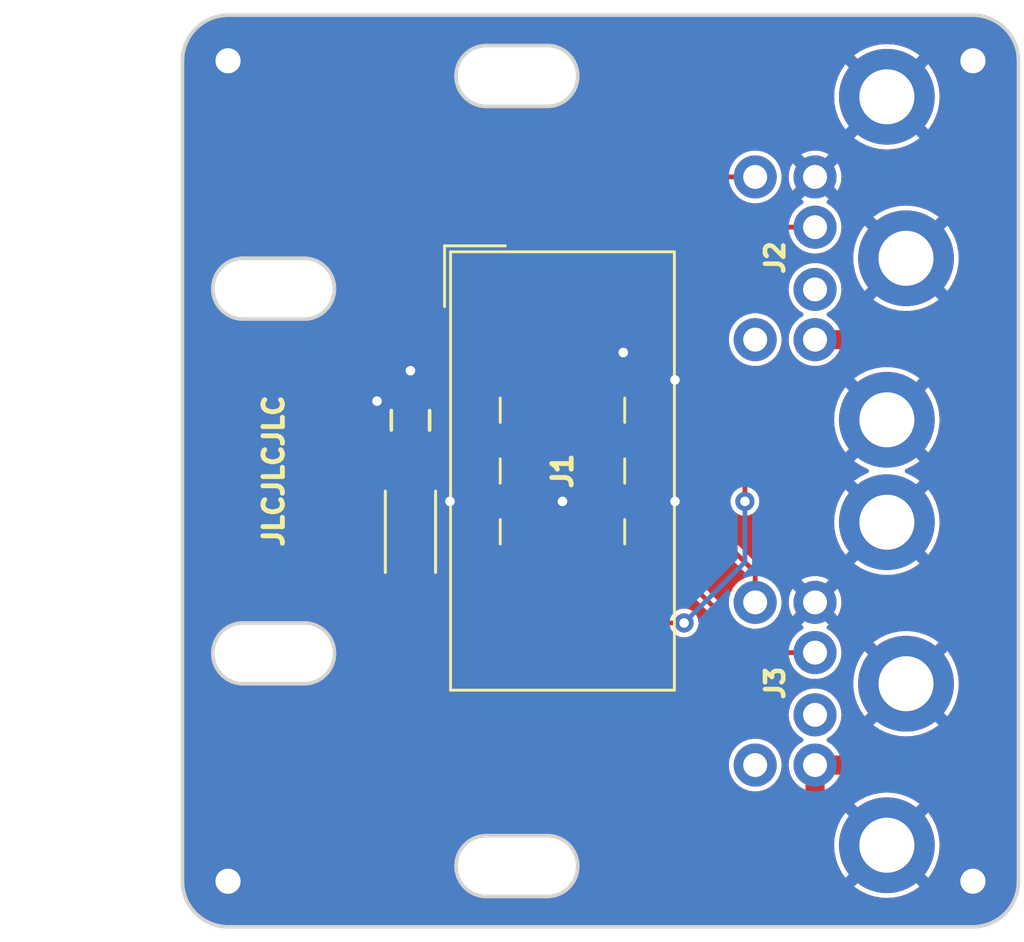
<source format=kicad_pcb>
(kicad_pcb (version 20221018) (generator pcbnew)
  (layers (0 "F.Cu" signal) (31 "B.Cu" signal) (34 "B.Paste" user) (35 "F.Paste" user) (36 "B.SilkS" user "B.Silkscreen") (37 "F.SilkS" user "F.Silkscreen") (38 "B.Mask" user) (39 "F.Mask" user) (44 "Edge.Cuts" user))
  (net 0 "")
  (net 1 "+5V")
  (net 2 "GND")
  (net 3 "/MClk")
  (net 4 "/KClk")
  (net 5 "/MDat")
  (net 6 "/KDat")
  (net 7 "Net-(J2-Pad2)")
  (net 8 "Net-(J2-Pad6)")
  (net 9 "Net-(J3-Pad2)")
  (net 10 "Net-(J3-Pad6)")
  (net 11 "Net-(C1-Pad1)")
  (footprint "stdpads:MD-60" (layer "F.Cu") (at 179.07 93.345 -90)
    (fp_text reference "J3" (at -0.028 10.171 270) (layer "F.SilkS") (effects (font (size 0.762 0.762) (thickness 0.1905))))
    (fp_text value "Keybd" hide)
    (pad "1" thru_hole circle (at -1.3 8.5 270) (size 1.8 1.8) (drill 1) (layers "*.Cu" "*.Mask") (net 6 "/KDat"))
    (pad "2" thru_hole circle (at 1.3 8.5 270) (size 1.8 1.8) (drill 1) (layers "*.Cu" "*.Mask") (net 9 "Net-(J3-Pad2)"))
    (pad "3" thru_hole circle (at -3.4 8.5 270) (size 1.8 1.8) (drill 1) (layers "*.Cu" "*.Mask") (net 2 "GND"))
    (pad "4" thru_hole circle (at 3.4 8.5 270) (size 1.8 1.8) (drill 1) (layers "*.Cu" "*.Mask") (net 1 "+5V"))
    (pad "5" thru_hole circle (at -3.4 11 270) (size 1.8 1.8) (drill 1) (layers "*.Cu" "*.Mask") (net 4 "/KClk"))
    (pad "6" thru_hole circle (at 3.4 11 270) (size 1.8 1.8) (drill 1) (layers "*.Cu" "*.Mask") (net 10 "Net-(J3-Pad6)"))
    (pad "7" thru_hole circle (at -6.75 5.5 270) (size 4 4) (drill 2.3) (layers "*.Cu" "*.Mask") (net 2 "GND"))
    (pad "7" thru_hole circle (at 0 4.7 270) (size 4 4) (drill 2.3) (layers "*.Cu" "*.Mask") (net 2 "GND"))
    (pad "7" thru_hole circle (at 6.75 5.5 270) (size 4 4) (drill 2.3) (layers "*.Cu" "*.Mask") (net 2 "GND"))
  )
  (footprint "stdpads:MD-60" (layer "F.Cu") (at 179.07 75.565 -90)
    (fp_text reference "J2" (at -0.028 10.171 270) (layer "F.SilkS") (effects (font (size 0.762 0.762) (thickness 0.1905))))
    (fp_text value "Mouse" hide)
    (pad "1" thru_hole circle (at -1.3 8.5 270) (size 1.8 1.8) (drill 1) (layers "*.Cu" "*.Mask") (net 5 "/MDat"))
    (pad "2" thru_hole circle (at 1.3 8.5 270) (size 1.8 1.8) (drill 1) (layers "*.Cu" "*.Mask") (net 7 "Net-(J2-Pad2)"))
    (pad "3" thru_hole circle (at -3.4 8.5 270) (size 1.8 1.8) (drill 1) (layers "*.Cu" "*.Mask") (net 2 "GND"))
    (pad "4" thru_hole circle (at 3.4 8.5 270) (size 1.8 1.8) (drill 1) (layers "*.Cu" "*.Mask") (net 1 "+5V"))
    (pad "5" thru_hole circle (at -3.4 11 270) (size 1.8 1.8) (drill 1) (layers "*.Cu" "*.Mask") (net 3 "/MClk"))
    (pad "6" thru_hole circle (at 3.4 11 270) (size 1.8 1.8) (drill 1) (layers "*.Cu" "*.Mask") (net 8 "Net-(J2-Pad6)"))
    (pad "7" thru_hole circle (at -6.75 5.5 270) (size 4 4) (drill 2.3) (layers "*.Cu" "*.Mask") (net 2 "GND"))
    (pad "7" thru_hole circle (at 0 4.7 270) (size 4 4) (drill 2.3) (layers "*.Cu" "*.Mask") (net 2 "GND"))
    (pad "7" thru_hole circle (at 6.75 5.5 270) (size 4 4) (drill 2.3) (layers "*.Cu" "*.Mask") (net 2 "GND"))
  )
  (footprint "stdpads:PasteHole_1.05mm_PTH" (layer "F.Cu") (at 177.165 67.31)
    (fp_text reference "H4" hide)
    (fp_text value "MountingHole" hide)
    (pad "1" thru_hole circle (at 0 0) (size 2 2) (drill 1.05) (layers "*.Cu" "*.Mask") (net 2 "GND"))
  )
  (footprint "stdpads:PasteHole_1.05mm_PTH" (layer "F.Cu") (at 177.165 101.6)
    (fp_text reference "H3" hide)
    (fp_text value "MountingHole" hide)
    (pad "1" thru_hole circle (at 0 0) (size 2 2) (drill 1.05) (layers "*.Cu" "*.Mask") (net 2 "GND"))
  )
  (footprint "stdpads:C_0805" (layer "F.Cu") (at 153.67 82.335 90)
    (fp_text reference "C1" hide)
    (fp_text value "100n" hide)
    (fp_line (start -0.4064 -0.8) (end 0.4064 -0.8) (stroke (width 0.1524)) (layer "F.SilkS"))
    (fp_line (start -0.4064 0.8) (end 0.4064 0.8) (stroke (width 0.1524)) (layer "F.SilkS"))
    (pad "1" smd roundrect (at -0.85 0 90) (size 1.05 1.4) (layers "F.Cu" "F.Paste" "F.Mask") (net 11 "Net-(C1-Pad1)"))
    (pad "2" smd roundrect (at 0.85 0 90) (size 1.05 1.4) (layers "F.Cu" "F.Paste" "F.Mask") (net 2 "GND"))
  )
  (footprint "stdpads:BelFuse_1206" (layer "F.Cu") (at 153.67 86.995 -90)
    (fp_text reference "F1" hide)
    (fp_text value "1A")
    (fp_line (start -1.7 -1.05) (end 1.7 -1.05) (stroke (width 0.127)) (layer "F.SilkS"))
    (fp_line (start -1.7 1.05) (end 1.7 1.05) (stroke (width 0.127)) (layer "F.SilkS"))
    (pad "1" smd roundrect (at -1.5 0 270) (size 1.2 1.8) (layers "F.Cu" "F.Paste" "F.Mask") (net 11 "Net-(C1-Pad1)"))
    (pad "2" smd roundrect (at 1.5 0 270) (size 1.2 1.8) (layers "F.Cu" "F.Paste" "F.Mask") (net 1 "+5V"))
  )
  (footprint "stdpads:Fiducial" (layer "F.Cu") (at 151.13 101.6 180)
    (fp_text reference "FID1" hide)
    (fp_text value "Fiducial" hide)
    (pad "~" smd circle (at 0 0 180) (size 1 1) (layers "F.Cu" "F.Mask") (clearance 0.575))
  )
  (footprint "stdpads:Fiducial" (layer "F.Cu") (at 151.13 67.31 180)
    (fp_text reference "FID2" hide)
    (fp_text value "Fiducial" hide)
    (pad "~" smd circle (at 0 0 180) (size 1 1) (layers "F.Cu" "F.Mask") (clearance 0.575))
  )
  (footprint "stdpads:Fiducial" (layer "F.Cu") (at 166.37 101.6 180)
    (fp_text reference "FID3" hide)
    (fp_text value "Fiducial" hide)
    (pad "~" smd circle (at 0 0 180) (size 1 1) (layers "F.Cu" "F.Mask") (clearance 0.575))
  )
  (footprint "stdpads:Fiducial" (layer "F.Cu") (at 166.37 67.31 180)
    (fp_text reference "FID4" hide)
    (fp_text value "Fiducial" hide)
    (pad "~" smd circle (at 0 0 180) (size 1 1) (layers "F.Cu" "F.Mask") (clearance 0.575))
  )
  (footprint "stdpads:PasteHole_1.05mm_PTH" (layer "F.Cu") (at 146.05 67.31)
    (fp_text reference "H1" hide)
    (fp_text value "MountingHole" hide)
    (pad "1" thru_hole circle (at 0 0) (size 2 2) (drill 1.05) (layers "*.Cu" "*.Mask") (net 2 "GND"))
  )
  (footprint "stdpads:PasteHole_1.05mm_PTH" (layer "F.Cu") (at 146.05 101.6)
    (fp_text reference "H2" hide)
    (fp_text value "MountingHole" hide)
    (pad "1" thru_hole circle (at 0 0) (size 2 2) (drill 1.05) (layers "*.Cu" "*.Mask") (net 2 "GND"))
  )
  (footprint "stdpads:IDC_SMD_2x04_P2.54mm_Vertical" (layer "F.Cu") (at 160.02 84.455)
    (fp_text reference "J1" (at 0 0 90) (layer "F.SilkS") (effects (font (size 0.8128 0.8128) (thickness 0.2032))))
    (fp_text value "Mouserial")
    (fp_line (start -4.925 -9.41) (end -4.925 -6.87) (stroke (width 0.12)) (layer "F.SilkS"))
    (fp_line (start -4.925 -9.41) (end -2.385 -9.41) (stroke (width 0.12)) (layer "F.SilkS"))
    (fp_line (start -4.675 -9.16) (end 4.675 -9.16) (stroke (width 0.12)) (layer "F.SilkS"))
    (fp_line (start -4.675 9.16) (end -4.675 -9.16) (stroke (width 0.12)) (layer "F.SilkS"))
    (fp_line (start -2.6 -3.05) (end -2.6 -2.03) (stroke (width 0.12)) (layer "F.SilkS"))
    (fp_line (start -2.6 -0.51) (end -2.6 0.51) (stroke (width 0.12)) (layer "F.SilkS"))
    (fp_line (start -2.6 2.03) (end -2.6 3.05) (stroke (width 0.12)) (layer "F.SilkS"))
    (fp_line (start 2.6 -3.05) (end 2.6 -2.03) (stroke (width 0.12)) (layer "F.SilkS"))
    (fp_line (start 2.6 -0.51) (end 2.6 0.51) (stroke (width 0.12)) (layer "F.SilkS"))
    (fp_line (start 2.6 2.03) (end 2.6 3.05) (stroke (width 0.12)) (layer "F.SilkS"))
    (fp_line (start 4.675 -9.16) (end 4.675 9.16) (stroke (width 0.12)) (layer "F.SilkS"))
    (fp_line (start 4.675 9.16) (end -4.675 9.16) (stroke (width 0.12)) (layer "F.SilkS"))
    (pad "1" smd roundrect (at -2.52 -3.81) (size 3 1) (layers "F.Cu" "F.Paste" "F.Mask") (net 3 "/MClk"))
    (pad "2" smd roundrect (at 2.52 -3.81) (size 3 1) (layers "F.Cu" "F.Paste" "F.Mask") (net 2 "GND"))
    (pad "3" smd roundrect (at -2.52 -1.27) (size 3 1) (layers "F.Cu" "F.Paste" "F.Mask") (net 11 "Net-(C1-Pad1)"))
    (pad "4" smd roundrect (at 2.52 -1.27) (size 3 1) (layers "F.Cu" "F.Paste" "F.Mask") (net 4 "/KClk"))
    (pad "5" smd roundrect (at -2.52 1.27) (size 3 1) (layers "F.Cu" "F.Paste" "F.Mask") (net 2 "GND"))
    (pad "6" smd roundrect (at 2.52 1.27) (size 3 1) (layers "F.Cu" "F.Paste" "F.Mask") (net 2 "GND"))
    (pad "7" smd roundrect (at -2.52 3.81) (size 3 1) (layers "F.Cu" "F.Paste" "F.Mask") (net 5 "/MDat"))
    (pad "8" smd roundrect (at 2.52 3.81) (size 3 1) (layers "F.Cu" "F.Paste" "F.Mask") (net 6 "/KDat"))
  )
  (gr_line (start 177.165 65.405) (end 146.05 65.405) (stroke (width 0.15)) (layer "Edge.Cuts"))
  (gr_arc (start 177.165 65.405) (mid 178.512038 65.962962) (end 179.07 67.31) (stroke (width 0.15)) (layer "Edge.Cuts"))
  (gr_arc (start 179.07 101.6) (mid 178.512038 102.947038) (end 177.165 103.505) (stroke (width 0.15)) (layer "Edge.Cuts"))
  (gr_arc (start 146.05 103.505) (mid 144.702962 102.947038) (end 144.145 101.6) (stroke (width 0.15)) (layer "Edge.Cuts"))
  (gr_arc (start 146.685 78.105) (mid 145.415 76.835) (end 146.685 75.565) (stroke (width 0.15)) (layer "Edge.Cuts"))
  (gr_line (start 149.225 78.105) (end 146.685 78.105) (stroke (width 0.15)) (layer "Edge.Cuts"))
  (gr_arc (start 149.225 75.565) (mid 150.495 76.835) (end 149.225 78.105) (stroke (width 0.15)) (layer "Edge.Cuts"))
  (gr_line (start 146.685 75.565) (end 149.225 75.565) (stroke (width 0.15)) (layer "Edge.Cuts"))
  (gr_line (start 146.685 90.805) (end 149.225 90.805) (stroke (width 0.15)) (layer "Edge.Cuts"))
  (gr_arc (start 149.225 90.805) (mid 150.495 92.075) (end 149.225 93.345) (stroke (width 0.15)) (layer "Edge.Cuts"))
  (gr_arc (start 146.685 93.345) (mid 145.415 92.075) (end 146.685 90.805) (stroke (width 0.15)) (layer "Edge.Cuts"))
  (gr_line (start 149.225 93.345) (end 146.685 93.345) (stroke (width 0.15)) (layer "Edge.Cuts"))
  (gr_arc (start 159.385 66.675) (mid 160.655 67.945) (end 159.385 69.215) (stroke (width 0.15)) (layer "Edge.Cuts"))
  (gr_arc (start 156.845 69.215) (mid 155.575 67.945) (end 156.845 66.675) (stroke (width 0.15)) (layer "Edge.Cuts"))
  (gr_line (start 159.385 69.215) (end 156.845 69.215) (stroke (width 0.15)) (layer "Edge.Cuts"))
  (gr_line (start 156.845 66.675) (end 159.385 66.675) (stroke (width 0.15)) (layer "Edge.Cuts"))
  (gr_arc (start 159.385 99.695) (mid 160.655 100.965) (end 159.385 102.235) (stroke (width 0.15)) (layer "Edge.Cuts"))
  (gr_arc (start 156.845 102.235) (mid 155.575 100.965) (end 156.845 99.695) (stroke (width 0.15)) (layer "Edge.Cuts"))
  (gr_line (start 159.385 102.235) (end 156.845 102.235) (stroke (width 0.15)) (layer "Edge.Cuts"))
  (gr_line (start 156.845 99.695) (end 159.385 99.695) (stroke (width 0.15)) (layer "Edge.Cuts"))
  (gr_arc (start 144.145 67.31) (mid 144.702962 65.962962) (end 146.05 65.405) (stroke (width 0.15)) (layer "Edge.Cuts"))
  (gr_line (start 146.05 103.505) (end 177.165 103.505) (stroke (width 0.15)) (layer "Edge.Cuts"))
  (gr_line (start 179.07 101.6) (end 179.07 67.31) (stroke (width 0.15)) (layer "Edge.Cuts"))
  (gr_line (start 144.145 67.31) (end 144.145 101.6) (stroke (width 0.15)) (layer "Edge.Cuts"))
  (gr_text "JLCJLCJLC" (at 147.955 84.455 90) (layer "F.SilkS") (effects (font (size 0.8128 0.8128) (thickness 0.2032))))
  (segment (start 175.485 78.965) (end 177.8 81.28) (width 0.8) (layer "F.Cu") (net 1))
  (segment (start 161.925 99.695) (end 153.67 91.44) (width 0.8) (layer "F.Cu") (net 1))
  (segment (start 177.8 95.25) (end 176.305 96.745) (width 0.8) (layer "F.Cu") (net 1))
  (segment (start 170.57 96.745) (end 170.57 98.67) (width 0.8) (layer "F.Cu") (net 1))
  (segment (start 177.8 81.28) (end 177.8 95.25) (width 0.8) (layer "F.Cu") (net 1))
  (segment (start 170.57 98.67) (end 169.545 99.695) (width 0.8) (layer "F.Cu") (net 1))
  (segment (start 176.305 96.745) (end 170.57 96.745) (width 0.8) (layer "F.Cu") (net 1))
  (segment (start 153.67 88.495) (end 153.67 91.44) (width 0.8) (layer "F.Cu") (net 1))
  (segment (start 170.57 78.965) (end 175.485 78.965) (width 0.8) (layer "F.Cu") (net 1))
  (segment (start 169.545 99.695) (end 161.925 99.695) (width 0.8) (layer "F.Cu") (net 1))
  (segment (start 152.322 81.485) (end 152.273 81.534) (width 0.8) (layer "F.Cu") (net 2))
  (segment (start 153.67 81.485) (end 152.322 81.485) (width 0.8) (layer "F.Cu") (net 2))
  (segment (start 153.67 81.485) (end 153.67 80.264) (width 0.8) (layer "F.Cu") (net 2))
  (segment (start 162.54 80.645) (end 164.719 80.645) (width 0.8) (layer "F.Cu") (net 2))
  (segment (start 162.54 79.522) (end 162.56 79.502) (width 0.8) (layer "F.Cu") (net 2))
  (segment (start 162.54 80.645) (end 162.54 79.522) (width 0.8) (layer "F.Cu") (net 2))
  (segment (start 162.54 85.725) (end 164.719 85.725) (width 0.8) (layer "F.Cu") (net 2))
  (segment (start 157.5 85.725) (end 155.321 85.725) (width 0.8) (layer "F.Cu") (net 2))
  (segment (start 162.54 85.725) (end 160.02 85.725) (width 0.8) (layer "F.Cu") (net 2))
  (segment (start 157.5 85.725) (end 160.02 85.725) (width 0.8) (layer "F.Cu") (net 2))
  (via (at 152.273 81.534) (size 0.8) (drill 0.4) (layers "F.Cu" "B.Cu") (net 2))
  (via (at 153.67 80.264) (size 0.8) (drill 0.4) (layers "F.Cu" "B.Cu") (net 2))
  (via (at 164.719 80.645) (size 0.8) (drill 0.4) (layers "F.Cu" "B.Cu") (net 2))
  (via (at 162.56 79.502) (size 0.8) (drill 0.4) (layers "F.Cu" "B.Cu") (net 2))
  (via (at 164.719 85.725) (size 0.8) (drill 0.4) (layers "F.Cu" "B.Cu") (net 2))
  (via (at 155.321 85.725) (size 0.8) (drill 0.4) (layers "F.Cu" "B.Cu") (net 2))
  (via (at 160.02 85.725) (size 0.8) (drill 0.4) (layers "F.Cu" "B.Cu") (net 2))
  (segment (start 157.48 80.625) (end 157.5 80.645) (width 0.2) (layer "F.Cu") (net 3))
  (segment (start 157.48 79.375) (end 157.48 80.625) (width 0.2) (layer "F.Cu") (net 3))
  (segment (start 157.48 79.375) (end 164.69 72.165) (width 0.2) (layer "F.Cu") (net 3))
  (segment (start 168.07 72.165) (end 164.69 72.165) (width 0.2) (layer "F.Cu") (net 3))
  (segment (start 168.07 88.717) (end 168.081 88.706) (width 0.2) (layer "F.Cu") (net 4))
  (segment (start 165.735 86.36) (end 168.081 88.706) (width 0.2) (layer "F.Cu") (net 4))
  (segment (start 165.1 83.185) (end 165.735 83.82) (width 0.2) (layer "F.Cu") (net 4))
  (segment (start 165.735 83.82) (end 165.735 86.36) (width 0.2) (layer "F.Cu") (net 4))
  (segment (start 162.54 83.185) (end 165.1 83.185) (width 0.2) (layer "F.Cu") (net 4))
  (segment (start 168.07 89.945) (end 168.07 88.717) (width 0.2) (layer "F.Cu") (net 4))
  (segment (start 158.75 90.805) (end 157.5 89.555) (width 0.2) (layer "F.Cu") (net 5))
  (segment (start 165.1 90.805) (end 158.75 90.805) (width 0.2) (layer "F.Cu") (net 5))
  (segment (start 157.5 89.555) (end 157.5 88.265) (width 0.2) (layer "F.Cu") (net 5))
  (segment (start 167.64 85.725) (end 167.64 80.645) (width 0.2) (layer "F.Cu") (net 5))
  (segment (start 167.64 80.645) (end 166.37 79.375) (width 0.2) (layer "F.Cu") (net 5))
  (segment (start 166.37 79.375) (end 166.37 76.2) (width 0.2) (layer "F.Cu") (net 5))
  (segment (start 168.305 74.265) (end 166.37 76.2) (width 0.2) (layer "F.Cu") (net 5))
  (segment (start 170.57 74.265) (end 168.305 74.265) (width 0.2) (layer "F.Cu") (net 5))
  (via (at 165.1 90.805) (size 0.8) (drill 0.4) (layers "F.Cu" "B.Cu") (net 5))
  (via (at 167.64 85.725) (size 0.8) (drill 0.4) (layers "F.Cu" "B.Cu") (net 5))
  (segment (start 167.64 85.725) (end 167.64 88.265) (width 0.2) (layer "B.Cu") (net 5))
  (segment (start 167.64 88.265) (end 165.1 90.805) (width 0.2) (layer "B.Cu") (net 5))
  (segment (start 164.465 88.265) (end 162.54 88.265) (width 0.2) (layer "F.Cu") (net 6))
  (segment (start 166.37 91.44) (end 166.37 90.17) (width 0.2) (layer "F.Cu") (net 6))
  (segment (start 170.57 92.045) (end 166.975 92.045) (width 0.2) (layer "F.Cu") (net 6))
  (segment (start 166.37 90.17) (end 164.465 88.265) (width 0.2) (layer "F.Cu") (net 6))
  (segment (start 166.975 92.045) (end 166.37 91.44) (width 0.2) (layer "F.Cu") (net 6))
  (segment (start 157.5 83.185) (end 153.67 83.185) (width 0.8) (layer "F.Cu") (net 11))
  (segment (start 153.67 83.185) (end 153.67 85.495) (width 0.8) (layer "F.Cu") (net 11))
  (zone (net 2) (net_name "GND") (layer "F.Cu") (connect_pads (clearance 0.2)) (min_thickness 0.2) (fill yes (thermal_gap 0.2) (thermal_bridge_width 0.508))
    (polygon (pts (xy 136.525 64.77) (xy 179.07 64.77) (xy 179.07 104.14) (xy 136.525 104.14)))
  )
  (zone (net 2) (net_name "GND") (layer "B.Cu") (connect_pads (clearance 0.2)) (min_thickness 0.2) (fill yes (thermal_gap 0.2) (thermal_bridge_width 0.508))
    (polygon (pts (xy 136.525 64.77) (xy 179.07 64.77) (xy 179.07 104.14) (xy 136.525 104.14)))
  )
)
</source>
